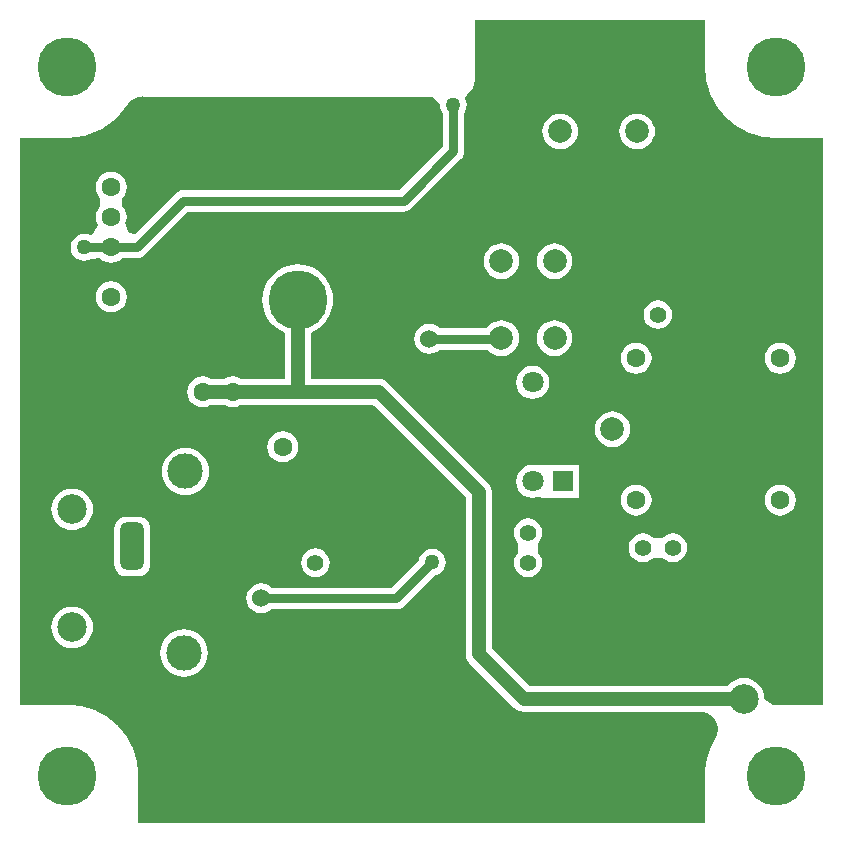
<source format=gtl>
G04 Layer_Physical_Order=1*
G04 Layer_Color=2232046*
%FSLAX25Y25*%
%MOIN*%
G70*
G01*
G75*
%ADD10C,0.11811*%
%ADD11C,0.19685*%
%ADD12C,0.03150*%
%ADD13C,0.04724*%
%ADD14C,0.06000*%
%ADD15C,0.06299*%
%ADD16C,0.07874*%
%ADD17C,0.07087*%
%ADD18R,0.07087X0.07087*%
%ADD19C,0.09842*%
%ADD20C,0.11811*%
G04:AMPARAMS|DCode=21|XSize=157.48mil|YSize=78.74mil|CornerRadius=19.68mil|HoleSize=0mil|Usage=FLASHONLY|Rotation=0.000|XOffset=0mil|YOffset=0mil|HoleType=Round|Shape=RoundedRectangle|*
%AMROUNDEDRECTD21*
21,1,0.15748,0.03937,0,0,0.0*
21,1,0.11811,0.07874,0,0,0.0*
1,1,0.03937,0.05905,-0.01968*
1,1,0.03937,-0.05905,-0.01968*
1,1,0.03937,-0.05905,0.01968*
1,1,0.03937,0.05905,0.01968*
%
%ADD21ROUNDEDRECTD21*%
G04:AMPARAMS|DCode=22|XSize=157.48mil|YSize=78.74mil|CornerRadius=19.68mil|HoleSize=0mil|Usage=FLASHONLY|Rotation=90.000|XOffset=0mil|YOffset=0mil|HoleType=Round|Shape=RoundedRectangle|*
%AMROUNDEDRECTD22*
21,1,0.15748,0.03937,0,0,90.0*
21,1,0.11811,0.07874,0,0,90.0*
1,1,0.03937,0.01968,0.05905*
1,1,0.03937,0.01968,-0.05905*
1,1,0.03937,-0.01968,-0.05905*
1,1,0.03937,-0.01968,0.05905*
%
%ADD22ROUNDEDRECTD22*%
%ADD23C,0.05512*%
%ADD24C,0.05000*%
G36*
X94488Y94488D02*
X133858D01*
Y-94488D01*
X117048D01*
X114222Y-92500D01*
X114089Y-91149D01*
X113695Y-89851D01*
X113056Y-88654D01*
X112195Y-87605D01*
X111145Y-86744D01*
X109949Y-86104D01*
X108650Y-85710D01*
X107299Y-85577D01*
X105949Y-85710D01*
X104650Y-86104D01*
X103453Y-86744D01*
X102404Y-87605D01*
X101971Y-88132D01*
X35809D01*
X23368Y-75691D01*
Y-23500D01*
X23219Y-22369D01*
X22783Y-21316D01*
X22089Y-20411D01*
X-11254Y12931D01*
X-12158Y13625D01*
X-13212Y14062D01*
X-14343Y14211D01*
X-36970D01*
Y29576D01*
X-35960Y29995D01*
X-34375Y30966D01*
X-32961Y32174D01*
X-31754Y33587D01*
X-30782Y35173D01*
X-30071Y36890D01*
X-29637Y38698D01*
X-29491Y40551D01*
X-29637Y42404D01*
X-30071Y44212D01*
X-30782Y45930D01*
X-31754Y47515D01*
X-32961Y48929D01*
X-34375Y50136D01*
X-35960Y51107D01*
X-37677Y51819D01*
X-39485Y52253D01*
X-41339Y52399D01*
X-43192Y52253D01*
X-45000Y51819D01*
X-46717Y51107D01*
X-48302Y50136D01*
X-49716Y48929D01*
X-50923Y47515D01*
X-51895Y45930D01*
X-52606Y44212D01*
X-53040Y42404D01*
X-53186Y40551D01*
X-53040Y38698D01*
X-52606Y36890D01*
X-51895Y35173D01*
X-50923Y33587D01*
X-49716Y32174D01*
X-48302Y30966D01*
X-46717Y29995D01*
X-45707Y29576D01*
Y14211D01*
X-60277D01*
X-60411Y14313D01*
X-61656Y14829D01*
X-62992Y15005D01*
X-64328Y14829D01*
X-65573Y14313D01*
X-65707Y14211D01*
X-70277D01*
X-70411Y14313D01*
X-71656Y14829D01*
X-72992Y15005D01*
X-74328Y14829D01*
X-75573Y14313D01*
X-76642Y13493D01*
X-77463Y12424D01*
X-77978Y11179D01*
X-78154Y9843D01*
X-77978Y8506D01*
X-77463Y7261D01*
X-76642Y6192D01*
X-75573Y5372D01*
X-74328Y4856D01*
X-72992Y4680D01*
X-71656Y4856D01*
X-70411Y5372D01*
X-70277Y5474D01*
X-65707D01*
X-65573Y5372D01*
X-64328Y4856D01*
X-62992Y4680D01*
X-61656Y4856D01*
X-60411Y5372D01*
X-60277Y5474D01*
X-16152D01*
X14632Y-25309D01*
Y-77500D01*
X14781Y-78631D01*
X15217Y-79684D01*
X15911Y-80589D01*
X30911Y-95589D01*
X31816Y-96283D01*
X32869Y-96719D01*
X34000Y-96868D01*
X94488D01*
Y-133858D01*
X-94488D01*
Y-94488D01*
X-133858D01*
Y94488D01*
X-94488D01*
Y106019D01*
X-93760Y106925D01*
X-91339Y108269D01*
X-91330Y108268D01*
X-91133D01*
X-90939Y108229D01*
X3401D01*
X3972Y107913D01*
X6021Y105527D01*
X6174Y104361D01*
X6624Y103274D01*
X6954Y102845D01*
Y91508D01*
X-7480Y77074D01*
X-79500D01*
X-80425Y76952D01*
X-81287Y76595D01*
X-82027Y76027D01*
X-95482Y62572D01*
X-97235Y62755D01*
X-97686Y63237D01*
X-97751Y63343D01*
X-98759Y66071D01*
X-98514Y66664D01*
X-98338Y68000D01*
X-98514Y69336D01*
X-99029Y70581D01*
X-99343Y70990D01*
X-99850Y71806D01*
Y74194D01*
X-99343Y75010D01*
X-99029Y75419D01*
X-98514Y76664D01*
X-98338Y78000D01*
X-98514Y79336D01*
X-99029Y80581D01*
X-99850Y81650D01*
X-100919Y82471D01*
X-102164Y82986D01*
X-103500Y83162D01*
X-104836Y82986D01*
X-106081Y82471D01*
X-107150Y81650D01*
X-107971Y80581D01*
X-108486Y79336D01*
X-108662Y78000D01*
X-108486Y76664D01*
X-107971Y75419D01*
X-107657Y75010D01*
X-107150Y74194D01*
Y71806D01*
X-107657Y70990D01*
X-107971Y70581D01*
X-108486Y69336D01*
X-108662Y68000D01*
X-108486Y66664D01*
X-107971Y65419D01*
X-109198Y62960D01*
X-109497Y62563D01*
X-110532Y62021D01*
X-111334Y62353D01*
X-112500Y62507D01*
X-113666Y62353D01*
X-114753Y61903D01*
X-115687Y61187D01*
X-116403Y60254D01*
X-116853Y59167D01*
X-117007Y58000D01*
X-116853Y56833D01*
X-116403Y55747D01*
X-115687Y54813D01*
X-114753Y54097D01*
X-113666Y53646D01*
X-112500Y53493D01*
X-111334Y53646D01*
X-110247Y54097D01*
X-110152Y54169D01*
X-107150Y54350D01*
X-106081Y53529D01*
X-104836Y53014D01*
X-103500Y52838D01*
X-102164Y53014D01*
X-100919Y53529D01*
X-99850Y54350D01*
X-99791Y54426D01*
X-95000D01*
X-94075Y54548D01*
X-93213Y54905D01*
X-92473Y55473D01*
X-78020Y69926D01*
X-6000D01*
X-5075Y70048D01*
X-4213Y70405D01*
X-3473Y70973D01*
X13055Y87501D01*
X13623Y88241D01*
X13980Y89103D01*
X14101Y90028D01*
Y102845D01*
X14431Y103274D01*
X14881Y104361D01*
X15035Y105528D01*
X14881Y106694D01*
X14431Y107781D01*
X15740Y109696D01*
X16288Y110244D01*
X16398Y110409D01*
X16538Y110548D01*
X16969Y111193D01*
X17044Y111376D01*
X17154Y111540D01*
X17451Y112257D01*
X17490Y112451D01*
X17565Y112633D01*
X17717Y113394D01*
Y113592D01*
X17755Y113786D01*
Y114173D01*
Y133858D01*
X94488D01*
Y94488D01*
D02*
G37*
%LPC*%
G36*
X71469Y-21082D02*
X70132Y-21258D01*
X68887Y-21773D01*
X67818Y-22594D01*
X66998Y-23663D01*
X66482Y-24908D01*
X66306Y-26244D01*
X66482Y-27580D01*
X66998Y-28825D01*
X67818Y-29894D01*
X68887Y-30715D01*
X70132Y-31231D01*
X71469Y-31406D01*
X72805Y-31231D01*
X74050Y-30715D01*
X75119Y-29894D01*
X75939Y-28825D01*
X76455Y-27580D01*
X76631Y-26244D01*
X76455Y-24908D01*
X75939Y-23663D01*
X75119Y-22594D01*
X74050Y-21773D01*
X72805Y-21258D01*
X71469Y-21082D01*
D02*
G37*
G36*
X83740Y-37361D02*
X82507Y-37523D01*
X81358Y-37999D01*
X80724Y-38485D01*
X80108Y-38756D01*
X77372D01*
X76756Y-38485D01*
X76123Y-37999D01*
X74973Y-37523D01*
X73740Y-37361D01*
X72507Y-37523D01*
X71358Y-37999D01*
X70371Y-38756D01*
X69613Y-39743D01*
X69137Y-40893D01*
X68975Y-42126D01*
X69137Y-43359D01*
X69613Y-44509D01*
X70371Y-45496D01*
X71358Y-46253D01*
X72507Y-46729D01*
X73740Y-46891D01*
X74973Y-46729D01*
X76123Y-46253D01*
X76756Y-45767D01*
X77372Y-45496D01*
X80108D01*
X80724Y-45767D01*
X81358Y-46253D01*
X82507Y-46729D01*
X83740Y-46891D01*
X84974Y-46729D01*
X86123Y-46253D01*
X87110Y-45496D01*
X87867Y-44509D01*
X88343Y-43359D01*
X88505Y-42126D01*
X88343Y-40893D01*
X87867Y-39743D01*
X87110Y-38756D01*
X86123Y-37999D01*
X84974Y-37523D01*
X83740Y-37361D01*
D02*
G37*
G36*
X-116500Y-22392D02*
X-117851Y-22525D01*
X-119149Y-22919D01*
X-120346Y-23559D01*
X-121395Y-24420D01*
X-122256Y-25469D01*
X-122896Y-26666D01*
X-123290Y-27964D01*
X-123423Y-29315D01*
X-123290Y-30666D01*
X-122896Y-31964D01*
X-122256Y-33161D01*
X-121395Y-34210D01*
X-120346Y-35071D01*
X-119149Y-35711D01*
X-117851Y-36105D01*
X-116500Y-36238D01*
X-115149Y-36105D01*
X-113851Y-35711D01*
X-112654Y-35071D01*
X-111605Y-34210D01*
X-110744Y-33161D01*
X-110104Y-31964D01*
X-109710Y-30666D01*
X-109577Y-29315D01*
X-109710Y-27964D01*
X-110104Y-26666D01*
X-110744Y-25469D01*
X-111605Y-24420D01*
X-112654Y-23559D01*
X-113851Y-22919D01*
X-115149Y-22525D01*
X-116500Y-22392D01*
D02*
G37*
G36*
X-78740Y-8804D02*
X-80284Y-8957D01*
X-81768Y-9407D01*
X-83136Y-10138D01*
X-84335Y-11122D01*
X-85319Y-12321D01*
X-86050Y-13689D01*
X-86500Y-15173D01*
X-86652Y-16716D01*
X-86500Y-18260D01*
X-86050Y-19744D01*
X-85319Y-21112D01*
X-84335Y-22311D01*
X-83136Y-23295D01*
X-81768Y-24026D01*
X-80284Y-24477D01*
X-78740Y-24629D01*
X-77197Y-24477D01*
X-75712Y-24026D01*
X-74344Y-23295D01*
X-73146Y-22311D01*
X-72162Y-21112D01*
X-71430Y-19744D01*
X-70980Y-18260D01*
X-70828Y-16716D01*
X-70980Y-15173D01*
X-71430Y-13689D01*
X-72162Y-12321D01*
X-73146Y-11122D01*
X-74344Y-10138D01*
X-75712Y-9407D01*
X-77197Y-8957D01*
X-78740Y-8804D01*
D02*
G37*
G36*
X37000Y-14441D02*
X35561Y-14630D01*
X34220Y-15186D01*
X33069Y-16069D01*
X32185Y-17220D01*
X31630Y-18561D01*
X31441Y-20000D01*
X31630Y-21439D01*
X32185Y-22780D01*
X33069Y-23931D01*
X34220Y-24814D01*
X35561Y-25370D01*
X37000Y-25559D01*
X38339Y-25383D01*
X38528Y-25374D01*
X41488Y-25512D01*
Y-25512D01*
X52512D01*
Y-14488D01*
X41488D01*
X41488Y-14488D01*
X38528Y-14626D01*
X38339Y-14617D01*
X37000Y-14441D01*
D02*
G37*
G36*
X119500Y-21082D02*
X118164Y-21258D01*
X116919Y-21773D01*
X115850Y-22594D01*
X115029Y-23663D01*
X114514Y-24908D01*
X114338Y-26244D01*
X114514Y-27580D01*
X115029Y-28825D01*
X115850Y-29894D01*
X116919Y-30715D01*
X118164Y-31231D01*
X119500Y-31406D01*
X120836Y-31231D01*
X122081Y-30715D01*
X123150Y-29894D01*
X123971Y-28825D01*
X124486Y-27580D01*
X124662Y-26244D01*
X124486Y-24908D01*
X123971Y-23663D01*
X123150Y-22594D01*
X122081Y-21773D01*
X120836Y-21258D01*
X119500Y-21082D01*
D02*
G37*
G36*
X3500Y-42493D02*
X2334Y-42647D01*
X1247Y-43097D01*
X313Y-43813D01*
X-403Y-44747D01*
X-853Y-45834D01*
X-924Y-46370D01*
X-9980Y-55426D01*
X-49996D01*
X-50994Y-54660D01*
X-52203Y-54159D01*
X-53500Y-53989D01*
X-54797Y-54159D01*
X-56006Y-54660D01*
X-57044Y-55456D01*
X-57840Y-56494D01*
X-58341Y-57703D01*
X-58511Y-59000D01*
X-58341Y-60297D01*
X-57840Y-61506D01*
X-57044Y-62544D01*
X-56006Y-63340D01*
X-54797Y-63841D01*
X-53500Y-64011D01*
X-52203Y-63841D01*
X-50994Y-63340D01*
X-49996Y-62574D01*
X-8500D01*
X-7575Y-62452D01*
X-6713Y-62095D01*
X-5973Y-61527D01*
X4130Y-51424D01*
X4667Y-51354D01*
X5754Y-50903D01*
X6687Y-50187D01*
X7403Y-49253D01*
X7853Y-48166D01*
X8007Y-47000D01*
X7853Y-45834D01*
X7403Y-44747D01*
X6687Y-43813D01*
X5754Y-43097D01*
X4667Y-42647D01*
X3500Y-42493D01*
D02*
G37*
G36*
X-116500Y-61762D02*
X-117851Y-61895D01*
X-119149Y-62289D01*
X-120346Y-62929D01*
X-121395Y-63790D01*
X-122256Y-64839D01*
X-122896Y-66036D01*
X-123290Y-67334D01*
X-123423Y-68685D01*
X-123290Y-70036D01*
X-122896Y-71334D01*
X-122256Y-72531D01*
X-121395Y-73580D01*
X-120346Y-74441D01*
X-119149Y-75081D01*
X-117851Y-75475D01*
X-116500Y-75608D01*
X-115149Y-75475D01*
X-113851Y-75081D01*
X-112654Y-74441D01*
X-111605Y-73580D01*
X-110744Y-72531D01*
X-110104Y-71334D01*
X-109710Y-70036D01*
X-109577Y-68685D01*
X-109710Y-67334D01*
X-110104Y-66036D01*
X-110744Y-64839D01*
X-111605Y-63790D01*
X-112654Y-62929D01*
X-113851Y-62289D01*
X-115149Y-61895D01*
X-116500Y-61762D01*
D02*
G37*
G36*
X-79240Y-69304D02*
X-80784Y-69456D01*
X-82268Y-69907D01*
X-83636Y-70638D01*
X-84835Y-71622D01*
X-85819Y-72821D01*
X-86550Y-74189D01*
X-87000Y-75673D01*
X-87152Y-77217D01*
X-87000Y-78760D01*
X-86550Y-80244D01*
X-85819Y-81612D01*
X-84835Y-82811D01*
X-83636Y-83795D01*
X-82268Y-84526D01*
X-80784Y-84977D01*
X-79240Y-85129D01*
X-77697Y-84977D01*
X-76212Y-84526D01*
X-74844Y-83795D01*
X-73646Y-82811D01*
X-72662Y-81612D01*
X-71930Y-80244D01*
X-71480Y-78760D01*
X-71328Y-77217D01*
X-71480Y-75673D01*
X-71930Y-74189D01*
X-72662Y-72821D01*
X-73646Y-71622D01*
X-74844Y-70638D01*
X-76212Y-69907D01*
X-77697Y-69456D01*
X-79240Y-69304D01*
D02*
G37*
G36*
X-94488Y-31840D02*
X-98425D01*
X-99453Y-31975D01*
X-100411Y-32372D01*
X-101233Y-33003D01*
X-101864Y-33825D01*
X-102261Y-34783D01*
X-102396Y-35811D01*
Y-47622D01*
X-102261Y-48650D01*
X-101864Y-49608D01*
X-101233Y-50430D01*
X-100411Y-51061D01*
X-99453Y-51458D01*
X-98425Y-51593D01*
X-94488D01*
X-93460Y-51458D01*
X-92503Y-51061D01*
X-91680Y-50430D01*
X-91049Y-49608D01*
X-90653Y-48650D01*
X-90517Y-47622D01*
Y-35811D01*
X-90653Y-34783D01*
X-91049Y-33825D01*
X-91680Y-33003D01*
X-92503Y-32372D01*
X-93460Y-31975D01*
X-94488Y-31840D01*
D02*
G37*
G36*
X35433Y-32361D02*
X34200Y-32523D01*
X33051Y-32999D01*
X32064Y-33757D01*
X31306Y-34743D01*
X30830Y-35893D01*
X30668Y-37126D01*
X30830Y-38359D01*
X31306Y-39509D01*
X31792Y-40142D01*
X31954Y-40509D01*
X32064Y-41026D01*
Y-43225D01*
X31954Y-43743D01*
X31792Y-44110D01*
X31306Y-44743D01*
X30830Y-45893D01*
X30668Y-47126D01*
X30830Y-48359D01*
X31306Y-49509D01*
X32064Y-50495D01*
X33051Y-51253D01*
X34200Y-51729D01*
X35433Y-51891D01*
X36666Y-51729D01*
X37816Y-51253D01*
X38803Y-50495D01*
X39560Y-49509D01*
X40036Y-48359D01*
X40198Y-47126D01*
X40036Y-45893D01*
X39560Y-44743D01*
X39074Y-44110D01*
X38912Y-43743D01*
X38803Y-43225D01*
Y-41026D01*
X38912Y-40509D01*
X39074Y-40142D01*
X39560Y-39509D01*
X40036Y-38359D01*
X40198Y-37126D01*
X40036Y-35893D01*
X39560Y-34743D01*
X38803Y-33757D01*
X37816Y-32999D01*
X36666Y-32523D01*
X35433Y-32361D01*
D02*
G37*
G36*
X-35433Y-42361D02*
X-36666Y-42523D01*
X-37816Y-42999D01*
X-38803Y-43756D01*
X-39560Y-44743D01*
X-40036Y-45893D01*
X-40198Y-47126D01*
X-40036Y-48359D01*
X-39560Y-49509D01*
X-38803Y-50495D01*
X-37816Y-51253D01*
X-36666Y-51729D01*
X-35433Y-51891D01*
X-34200Y-51729D01*
X-33051Y-51253D01*
X-32064Y-50495D01*
X-31306Y-49509D01*
X-30830Y-48359D01*
X-30668Y-47126D01*
X-30830Y-45893D01*
X-31306Y-44743D01*
X-32064Y-43756D01*
X-33051Y-42999D01*
X-34200Y-42523D01*
X-35433Y-42361D01*
D02*
G37*
G36*
X-46343Y-3338D02*
X-47679Y-3514D01*
X-48924Y-4029D01*
X-49993Y-4850D01*
X-50813Y-5919D01*
X-51329Y-7164D01*
X-51505Y-8500D01*
X-51329Y-9836D01*
X-50813Y-11081D01*
X-49993Y-12150D01*
X-48924Y-12971D01*
X-47679Y-13486D01*
X-46343Y-13662D01*
X-45006Y-13486D01*
X-43761Y-12971D01*
X-42692Y-12150D01*
X-41872Y-11081D01*
X-41356Y-9836D01*
X-41180Y-8500D01*
X-41356Y-7164D01*
X-41872Y-5919D01*
X-42692Y-4850D01*
X-43761Y-4029D01*
X-45006Y-3514D01*
X-46343Y-3338D01*
D02*
G37*
G36*
X26575Y59281D02*
X25417Y59167D01*
X24304Y58829D01*
X23278Y58280D01*
X22379Y57543D01*
X21641Y56643D01*
X21092Y55617D01*
X20755Y54504D01*
X20641Y53347D01*
X20755Y52189D01*
X21092Y51076D01*
X21641Y50050D01*
X22379Y49150D01*
X23278Y48412D01*
X24304Y47864D01*
X25417Y47526D01*
X26575Y47412D01*
X27733Y47526D01*
X28846Y47864D01*
X29872Y48412D01*
X30771Y49150D01*
X31509Y50050D01*
X32057Y51076D01*
X32395Y52189D01*
X32509Y53347D01*
X32395Y54504D01*
X32057Y55617D01*
X31509Y56643D01*
X30771Y57543D01*
X29872Y58280D01*
X28846Y58829D01*
X27733Y59167D01*
X26575Y59281D01*
D02*
G37*
G36*
X-103500Y46662D02*
X-104836Y46486D01*
X-106081Y45971D01*
X-107150Y45150D01*
X-107971Y44081D01*
X-108486Y42836D01*
X-108662Y41500D01*
X-108486Y40164D01*
X-107971Y38919D01*
X-107150Y37850D01*
X-106081Y37029D01*
X-104836Y36514D01*
X-103500Y36338D01*
X-102164Y36514D01*
X-100919Y37029D01*
X-99850Y37850D01*
X-99029Y38919D01*
X-98514Y40164D01*
X-98338Y41500D01*
X-98514Y42836D01*
X-99029Y44081D01*
X-99850Y45150D01*
X-100919Y45971D01*
X-102164Y46486D01*
X-103500Y46662D01*
D02*
G37*
G36*
X26575Y33690D02*
X25417Y33576D01*
X24304Y33238D01*
X23278Y32690D01*
X22379Y31952D01*
X21658Y31074D01*
X6004D01*
X5006Y31840D01*
X3797Y32341D01*
X2500Y32511D01*
X1203Y32341D01*
X-6Y31840D01*
X-1044Y31044D01*
X-1840Y30006D01*
X-2341Y28797D01*
X-2511Y27500D01*
X-2341Y26203D01*
X-1840Y24994D01*
X-1044Y23956D01*
X-6Y23160D01*
X1203Y22659D01*
X2500Y22489D01*
X3797Y22659D01*
X5006Y23160D01*
X6004Y23926D01*
X22078D01*
X22379Y23560D01*
X23278Y22822D01*
X24304Y22274D01*
X25417Y21936D01*
X26575Y21822D01*
X27733Y21936D01*
X28846Y22274D01*
X29872Y22822D01*
X30771Y23560D01*
X31509Y24459D01*
X32057Y25485D01*
X32395Y26598D01*
X32509Y27756D01*
X32395Y28914D01*
X32057Y30027D01*
X31509Y31053D01*
X30771Y31952D01*
X29872Y32690D01*
X28846Y33238D01*
X27733Y33576D01*
X26575Y33690D01*
D02*
G37*
G36*
X71795Y102576D02*
X70638Y102462D01*
X69524Y102124D01*
X68498Y101576D01*
X67599Y100838D01*
X66861Y99938D01*
X66313Y98913D01*
X65975Y97799D01*
X65861Y96642D01*
X65975Y95484D01*
X66313Y94371D01*
X66861Y93345D01*
X67599Y92446D01*
X68498Y91708D01*
X69524Y91159D01*
X70638Y90822D01*
X71795Y90708D01*
X72953Y90822D01*
X74066Y91159D01*
X75092Y91708D01*
X75991Y92446D01*
X76729Y93345D01*
X77278Y94371D01*
X77615Y95484D01*
X77729Y96642D01*
X77615Y97799D01*
X77278Y98913D01*
X76729Y99938D01*
X75991Y100838D01*
X75092Y101576D01*
X74066Y102124D01*
X72953Y102462D01*
X71795Y102576D01*
D02*
G37*
G36*
X46205D02*
X45047Y102462D01*
X43934Y102124D01*
X42908Y101576D01*
X42009Y100838D01*
X41271Y99938D01*
X40722Y98913D01*
X40385Y97799D01*
X40271Y96642D01*
X40385Y95484D01*
X40722Y94371D01*
X41271Y93345D01*
X42009Y92446D01*
X42908Y91708D01*
X43934Y91159D01*
X45047Y90822D01*
X46205Y90708D01*
X47362Y90822D01*
X48476Y91159D01*
X49501Y91708D01*
X50401Y92446D01*
X51139Y93345D01*
X51687Y94371D01*
X52025Y95484D01*
X52139Y96642D01*
X52025Y97799D01*
X51687Y98913D01*
X51139Y99938D01*
X50401Y100838D01*
X49501Y101576D01*
X48476Y102124D01*
X47362Y102462D01*
X46205Y102576D01*
D02*
G37*
G36*
X44291Y59281D02*
X43134Y59167D01*
X42020Y58829D01*
X40995Y58280D01*
X40095Y57543D01*
X39357Y56643D01*
X38809Y55617D01*
X38471Y54504D01*
X38357Y53347D01*
X38471Y52189D01*
X38809Y51076D01*
X39357Y50050D01*
X40095Y49150D01*
X40995Y48412D01*
X42020Y47864D01*
X43134Y47526D01*
X44291Y47412D01*
X45449Y47526D01*
X46562Y47864D01*
X47588Y48412D01*
X48487Y49150D01*
X49225Y50050D01*
X49774Y51076D01*
X50111Y52189D01*
X50225Y53347D01*
X50111Y54504D01*
X49774Y55617D01*
X49225Y56643D01*
X48487Y57543D01*
X47588Y58280D01*
X46562Y58829D01*
X45449Y59167D01*
X44291Y59281D01*
D02*
G37*
G36*
X71469Y26162D02*
X70132Y25986D01*
X68887Y25471D01*
X67818Y24650D01*
X66998Y23581D01*
X66482Y22336D01*
X66306Y21000D01*
X66482Y19664D01*
X66998Y18419D01*
X67818Y17350D01*
X68887Y16529D01*
X70132Y16014D01*
X71469Y15838D01*
X72805Y16014D01*
X74050Y16529D01*
X75119Y17350D01*
X75939Y18419D01*
X76455Y19664D01*
X76631Y21000D01*
X76455Y22336D01*
X75939Y23581D01*
X75119Y24650D01*
X74050Y25471D01*
X72805Y25986D01*
X71469Y26162D01*
D02*
G37*
G36*
X37000Y18559D02*
X35561Y18370D01*
X34220Y17815D01*
X33069Y16931D01*
X32185Y15780D01*
X31630Y14439D01*
X31441Y13000D01*
X31630Y11561D01*
X32185Y10220D01*
X33069Y9069D01*
X34220Y8185D01*
X35561Y7630D01*
X37000Y7441D01*
X38439Y7630D01*
X39780Y8185D01*
X40931Y9069D01*
X41815Y10220D01*
X42370Y11561D01*
X42559Y13000D01*
X42370Y14439D01*
X41815Y15780D01*
X40931Y16931D01*
X39780Y17815D01*
X38439Y18370D01*
X37000Y18559D01*
D02*
G37*
G36*
X63595Y3312D02*
X62437Y3198D01*
X61324Y2860D01*
X60298Y2312D01*
X59399Y1574D01*
X58661Y675D01*
X58112Y-351D01*
X57774Y-1464D01*
X57660Y-2622D01*
X57774Y-3780D01*
X58112Y-4893D01*
X58661Y-5919D01*
X59399Y-6818D01*
X60298Y-7556D01*
X61324Y-8104D01*
X62437Y-8442D01*
X63595Y-8556D01*
X64752Y-8442D01*
X65865Y-8104D01*
X66891Y-7556D01*
X67791Y-6818D01*
X68528Y-5919D01*
X69077Y-4893D01*
X69415Y-3780D01*
X69529Y-2622D01*
X69415Y-1464D01*
X69077Y-351D01*
X68528Y675D01*
X67791Y1574D01*
X66891Y2312D01*
X65865Y2860D01*
X64752Y3198D01*
X63595Y3312D01*
D02*
G37*
G36*
X78740Y40316D02*
X77507Y40154D01*
X76358Y39678D01*
X75371Y38921D01*
X74613Y37934D01*
X74137Y36784D01*
X73975Y35551D01*
X74137Y34318D01*
X74613Y33169D01*
X75371Y32182D01*
X76358Y31424D01*
X77507Y30948D01*
X78740Y30786D01*
X79974Y30948D01*
X81123Y31424D01*
X82110Y32182D01*
X82867Y33169D01*
X83343Y34318D01*
X83505Y35551D01*
X83343Y36784D01*
X82867Y37934D01*
X82110Y38921D01*
X81123Y39678D01*
X79974Y40154D01*
X78740Y40316D01*
D02*
G37*
G36*
X44291Y33690D02*
X43134Y33576D01*
X42020Y33238D01*
X40995Y32690D01*
X40095Y31952D01*
X39357Y31053D01*
X38809Y30027D01*
X38471Y28914D01*
X38357Y27756D01*
X38471Y26598D01*
X38809Y25485D01*
X39357Y24459D01*
X40095Y23560D01*
X40995Y22822D01*
X42020Y22274D01*
X43134Y21936D01*
X44291Y21822D01*
X45449Y21936D01*
X46562Y22274D01*
X47588Y22822D01*
X48487Y23560D01*
X49225Y24459D01*
X49774Y25485D01*
X50111Y26598D01*
X50225Y27756D01*
X50111Y28914D01*
X49774Y30027D01*
X49225Y31053D01*
X48487Y31952D01*
X47588Y32690D01*
X46562Y33238D01*
X45449Y33576D01*
X44291Y33690D01*
D02*
G37*
G36*
X119500Y26162D02*
X118164Y25986D01*
X116919Y25471D01*
X115850Y24650D01*
X115029Y23581D01*
X114514Y22336D01*
X114338Y21000D01*
X114514Y19664D01*
X115029Y18419D01*
X115850Y17350D01*
X116919Y16529D01*
X118164Y16014D01*
X119500Y15838D01*
X120836Y16014D01*
X122081Y16529D01*
X123150Y17350D01*
X123971Y18419D01*
X124486Y19664D01*
X124662Y21000D01*
X124486Y22336D01*
X123971Y23581D01*
X123150Y24650D01*
X122081Y25471D01*
X120836Y25986D01*
X119500Y26162D01*
D02*
G37*
%LPD*%
D10*
X-118110Y88583D02*
G03*
X-93058Y102481I0J29528D01*
G01*
X-88583Y-118110D02*
G03*
X-118110Y-88583I-29528J0D01*
G01*
X92947Y-102661D02*
G03*
X88583Y-118110I25163J-15450D01*
G01*
Y118110D02*
G03*
X118110Y88583I29528J0D01*
G01*
D11*
X-41339Y40551D02*
D03*
X-72835Y41551D02*
D03*
X-118110Y118110D02*
D03*
X118110D02*
D03*
Y-118110D02*
D03*
X-118110D02*
D03*
D12*
X-8500Y-59000D02*
X3500Y-47000D01*
X-53500Y-59000D02*
X-8500D01*
X26319Y27500D02*
X26575Y27756D01*
X2500Y27500D02*
X26319D01*
X-6000Y73500D02*
X10528Y90028D01*
Y105528D01*
X-79500Y73500D02*
X-6000D01*
X-95000Y58000D02*
X-79500Y73500D01*
X-112500Y58000D02*
X-95000D01*
D13*
X-14343Y9843D02*
X19000Y-23500D01*
Y-77500D02*
Y-23500D01*
Y-77500D02*
X34000Y-92500D01*
X-72992Y9843D02*
X-14343D01*
X-41339Y10000D02*
Y40551D01*
X34000Y-92500D02*
X107299D01*
D14*
X-96457Y-41717D02*
D03*
Y-40154D02*
D03*
Y-38185D02*
D03*
Y-44091D02*
D03*
Y-46059D02*
D03*
X-75740Y-51717D02*
D03*
X-74177D02*
D03*
X-72209D02*
D03*
X-78114D02*
D03*
X-80083D02*
D03*
X-88583Y-64217D02*
D03*
X-86614D02*
D03*
X-80709D02*
D03*
X-82677D02*
D03*
X-84240D02*
D03*
X-93500Y21000D02*
D03*
X-125000Y84000D02*
D03*
X109500Y76500D02*
D03*
X-53500Y-59000D02*
D03*
X2500Y27500D02*
D03*
D15*
X-46343Y-8500D02*
D03*
X-26658D02*
D03*
X-82992Y9843D02*
D03*
X-62992D02*
D03*
X-72992D02*
D03*
X-92992D02*
D03*
X119500Y21000D02*
D03*
Y-26244D02*
D03*
X71469Y21000D02*
D03*
Y-26244D02*
D03*
X-103500Y88000D02*
D03*
Y68000D02*
D03*
Y58000D02*
D03*
Y78000D02*
D03*
Y31500D02*
D03*
Y41500D02*
D03*
D16*
X63595Y-2622D02*
D03*
X44291Y53347D02*
D03*
Y27756D02*
D03*
X26575Y53347D02*
D03*
Y27756D02*
D03*
X46205Y96642D02*
D03*
X71795D02*
D03*
X46205Y114358D02*
D03*
X71795D02*
D03*
D17*
X37000Y13000D02*
D03*
X47000D02*
D03*
X37000Y-20000D02*
D03*
D18*
X47000D02*
D03*
D19*
X-116500Y-68685D02*
D03*
Y-29315D02*
D03*
X-105299Y-92500D02*
D03*
X107299D02*
D03*
D20*
X-79240Y-77217D02*
D03*
X-78740Y-16716D02*
D03*
D21*
X-84240Y-64217D02*
D03*
X-75740Y-51717D02*
D03*
D22*
X-96457Y-41717D02*
D03*
D23*
X78740Y45551D02*
D03*
Y35551D02*
D03*
X35433Y-37126D02*
D03*
Y-47126D02*
D03*
X83740Y-42126D02*
D03*
X73740D02*
D03*
X-35433Y-37126D02*
D03*
Y-47126D02*
D03*
D24*
X3500Y-47000D02*
D03*
X10528Y105528D02*
D03*
X-112500Y58000D02*
D03*
M02*

</source>
